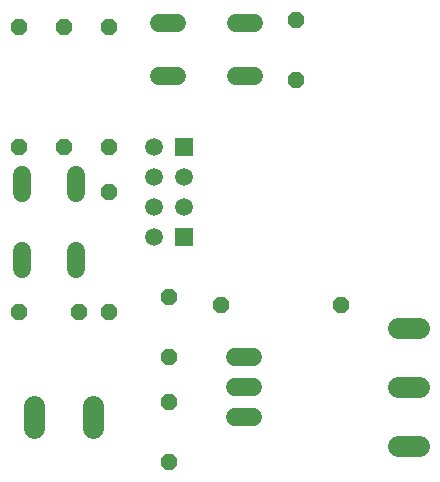
<source format=gbr>
G04 EAGLE Gerber RS-274X export*
G75*
%MOMM*%
%FSLAX34Y34*%
%LPD*%
%INBottom Copper*%
%IPPOS*%
%AMOC8*
5,1,8,0,0,1.08239X$1,22.5*%
G01*
%ADD10P,1.429621X8X202.500000*%
%ADD11P,1.429621X8X112.500000*%
%ADD12C,1.524000*%
%ADD13P,1.429621X8X292.500000*%
%ADD14P,1.429621X8X22.500000*%
%ADD15R,1.508000X1.508000*%
%ADD16C,1.508000*%
%ADD17C,1.790700*%


D10*
X76200Y152400D03*
X25400Y152400D03*
D11*
X260350Y349250D03*
X260350Y400050D03*
X152400Y25400D03*
X152400Y76200D03*
X152400Y114300D03*
X152400Y165100D03*
D12*
X159258Y397256D02*
X144018Y397256D01*
X144018Y352044D02*
X159258Y352044D01*
X209042Y397256D02*
X224282Y397256D01*
X224282Y352044D02*
X209042Y352044D01*
X208280Y114300D02*
X223520Y114300D01*
X223520Y88900D02*
X208280Y88900D01*
X208280Y63500D02*
X223520Y63500D01*
D11*
X101600Y292100D03*
X101600Y393700D03*
X63500Y292100D03*
X63500Y393700D03*
D13*
X25400Y393700D03*
X25400Y292100D03*
D14*
X196850Y158750D03*
X298450Y158750D03*
D13*
X101600Y254000D03*
X101600Y152400D03*
D12*
X28194Y188468D02*
X28194Y203708D01*
X73406Y203708D02*
X73406Y188468D01*
X28194Y253492D02*
X28194Y268732D01*
X73406Y268732D02*
X73406Y253492D01*
D15*
X165100Y292100D03*
D16*
X165100Y266700D03*
X165100Y241300D03*
X139700Y241300D03*
X139700Y266700D03*
X139700Y292100D03*
X139700Y215900D03*
D15*
X165100Y215900D03*
D17*
X346447Y138900D02*
X364354Y138900D01*
X364354Y88900D02*
X346447Y88900D01*
X346447Y38900D02*
X364354Y38900D01*
X88500Y54547D02*
X88500Y72454D01*
X38500Y72454D02*
X38500Y54547D01*
M02*

</source>
